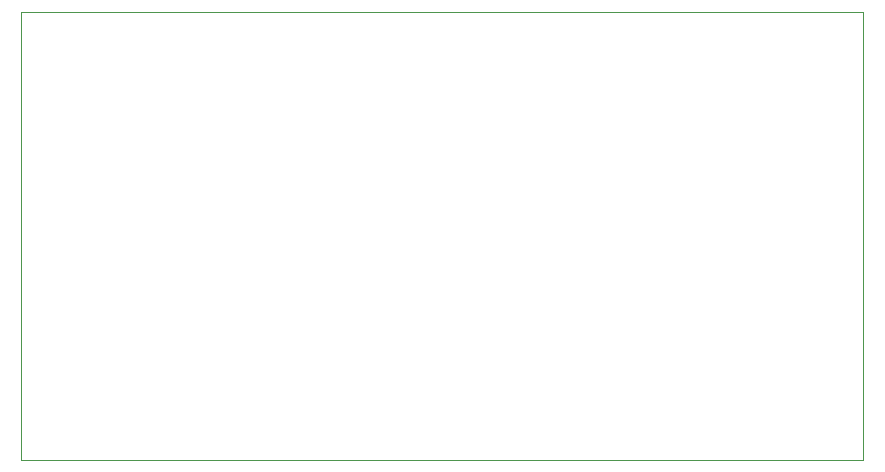
<source format=gbr>
%TF.GenerationSoftware,KiCad,Pcbnew,(5.1.9)-1*%
%TF.CreationDate,2021-03-28T23:44:40-04:00*%
%TF.ProjectId,Power_Distribution,506f7765-725f-4446-9973-747269627574,v1*%
%TF.SameCoordinates,Original*%
%TF.FileFunction,Profile,NP*%
%FSLAX46Y46*%
G04 Gerber Fmt 4.6, Leading zero omitted, Abs format (unit mm)*
G04 Created by KiCad (PCBNEW (5.1.9)-1) date 2021-03-28 23:44:40*
%MOMM*%
%LPD*%
G01*
G04 APERTURE LIST*
%TA.AperFunction,Profile*%
%ADD10C,0.050000*%
%TD*%
G04 APERTURE END LIST*
D10*
X91000000Y-117000000D02*
X91000000Y-79000000D01*
X162300000Y-117000000D02*
X91000000Y-117000000D01*
X162300000Y-79000000D02*
X162300000Y-117000000D01*
X91000000Y-79000000D02*
X162300000Y-79000000D01*
M02*

</source>
